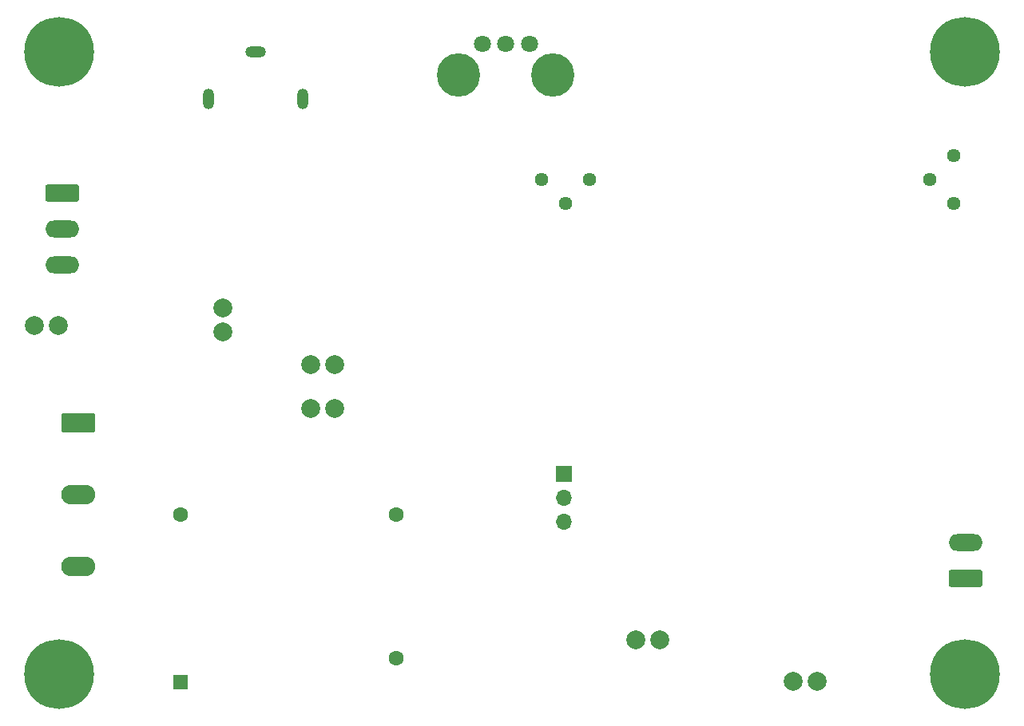
<source format=gbs>
%TF.GenerationSoftware,KiCad,Pcbnew,6.0.8-f2edbf62ab~116~ubuntu20.04.1*%
%TF.CreationDate,2022-10-07T00:48:49-04:00*%
%TF.ProjectId,SSTC_Control_Board,53535443-5f43-46f6-9e74-726f6c5f426f,rev?*%
%TF.SameCoordinates,Original*%
%TF.FileFunction,Soldermask,Bot*%
%TF.FilePolarity,Negative*%
%FSLAX46Y46*%
G04 Gerber Fmt 4.6, Leading zero omitted, Abs format (unit mm)*
G04 Created by KiCad (PCBNEW 6.0.8-f2edbf62ab~116~ubuntu20.04.1) date 2022-10-07 00:48:49*
%MOMM*%
%LPD*%
G01*
G04 APERTURE LIST*
G04 Aperture macros list*
%AMRoundRect*
0 Rectangle with rounded corners*
0 $1 Rounding radius*
0 $2 $3 $4 $5 $6 $7 $8 $9 X,Y pos of 4 corners*
0 Add a 4 corners polygon primitive as box body*
4,1,4,$2,$3,$4,$5,$6,$7,$8,$9,$2,$3,0*
0 Add four circle primitives for the rounded corners*
1,1,$1+$1,$2,$3*
1,1,$1+$1,$4,$5*
1,1,$1+$1,$6,$7*
1,1,$1+$1,$8,$9*
0 Add four rect primitives between the rounded corners*
20,1,$1+$1,$2,$3,$4,$5,0*
20,1,$1+$1,$4,$5,$6,$7,0*
20,1,$1+$1,$6,$7,$8,$9,0*
20,1,$1+$1,$8,$9,$2,$3,0*%
G04 Aperture macros list end*
%ADD10R,1.600000X1.600000*%
%ADD11C,1.600000*%
%ADD12C,2.000000*%
%ADD13RoundRect,0.250001X-1.549999X0.799999X-1.549999X-0.799999X1.549999X-0.799999X1.549999X0.799999X0*%
%ADD14O,3.600000X2.100000*%
%ADD15C,0.800000*%
%ADD16C,7.400000*%
%ADD17O,1.200000X2.200000*%
%ADD18O,2.200000X1.200000*%
%ADD19C,1.440000*%
%ADD20RoundRect,0.250000X-1.550000X0.650000X-1.550000X-0.650000X1.550000X-0.650000X1.550000X0.650000X0*%
%ADD21O,3.600000X1.800000*%
%ADD22R,1.700000X1.700000*%
%ADD23O,1.700000X1.700000*%
%ADD24C,4.600000*%
%ADD25C,1.800000*%
%ADD26RoundRect,0.250000X1.550000X-0.650000X1.550000X0.650000X-1.550000X0.650000X-1.550000X-0.650000X0*%
G04 APERTURE END LIST*
D10*
%TO.C,PS1*%
X57320000Y-116390000D03*
D11*
X80180000Y-113850000D03*
X80180000Y-98610000D03*
X57320000Y-98610000D03*
%TD*%
D12*
%TO.C,TP5*%
X71130000Y-87300000D03*
X73670000Y-87300000D03*
%TD*%
%TO.C,TP6*%
X61850000Y-79250000D03*
X61850000Y-76710000D03*
%TD*%
D13*
%TO.C,J2*%
X46500000Y-88880000D03*
D14*
X46500000Y-96500000D03*
X46500000Y-104120000D03*
%TD*%
D15*
%TO.C,H4*%
X46462221Y-113537779D03*
X46462221Y-117462221D03*
X41725000Y-115500000D03*
X42537779Y-113537779D03*
D16*
X44500000Y-115500000D03*
D15*
X44500000Y-118275000D03*
X44500000Y-112725000D03*
X47275000Y-115500000D03*
X42537779Y-117462221D03*
%TD*%
D17*
%TO.C,J3*%
X70300000Y-54500000D03*
D18*
X65300000Y-49500000D03*
D17*
X60300000Y-54500000D03*
%TD*%
D12*
%TO.C,TP4*%
X73670000Y-82700000D03*
X71130000Y-82700000D03*
%TD*%
D19*
%TO.C,RV3*%
X139335000Y-60510000D03*
X136795000Y-63050000D03*
X139335000Y-65590000D03*
%TD*%
%TO.C,RV1*%
X95660000Y-63065000D03*
X98200000Y-65605000D03*
X100740000Y-63065000D03*
%TD*%
D15*
%TO.C,H2*%
X138537779Y-51462221D03*
X140500000Y-52275000D03*
D16*
X140500000Y-49500000D03*
D15*
X142462221Y-51462221D03*
X143275000Y-49500000D03*
X138537779Y-47537779D03*
X137725000Y-49500000D03*
X142462221Y-47537779D03*
X140500000Y-46725000D03*
%TD*%
D12*
%TO.C,TP2*%
X41830000Y-78500000D03*
X44370000Y-78500000D03*
%TD*%
D20*
%TO.C,J4*%
X44782500Y-64495000D03*
D21*
X44782500Y-68305000D03*
X44782500Y-72115000D03*
%TD*%
D22*
%TO.C,JP1*%
X98000000Y-94320000D03*
D23*
X98000000Y-96860000D03*
X98000000Y-99400000D03*
%TD*%
D15*
%TO.C,H3*%
X140500000Y-112725000D03*
X138537779Y-113537779D03*
X140500000Y-118275000D03*
D16*
X140500000Y-115500000D03*
D15*
X138537779Y-117462221D03*
X137725000Y-115500000D03*
X143275000Y-115500000D03*
X142462221Y-117462221D03*
X142462221Y-113537779D03*
%TD*%
%TO.C,H1*%
X46462221Y-51462221D03*
X42537779Y-51462221D03*
X44500000Y-46725000D03*
X41725000Y-49500000D03*
X44500000Y-52275000D03*
X46462221Y-47537779D03*
X42537779Y-47537779D03*
X47275000Y-49500000D03*
D16*
X44500000Y-49500000D03*
%TD*%
D24*
%TO.C,RV2*%
X86825000Y-51950000D03*
X96825000Y-51950000D03*
D25*
X94325000Y-48650000D03*
X91825000Y-48650000D03*
X89325000Y-48650000D03*
%TD*%
D12*
%TO.C,TP3*%
X105600000Y-111850000D03*
X108140000Y-111850000D03*
%TD*%
D26*
%TO.C,J1*%
X140567500Y-105350000D03*
D21*
X140567500Y-101540000D03*
%TD*%
D12*
%TO.C,TP1*%
X124870000Y-116300000D03*
X122330000Y-116300000D03*
%TD*%
M02*

</source>
